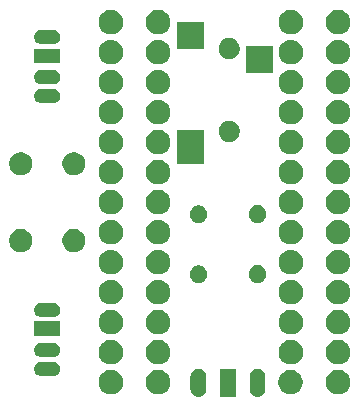
<source format=gbr>
G04 #@! TF.GenerationSoftware,KiCad,Pcbnew,(5.1.5-0-10_14)*
G04 #@! TF.CreationDate,2020-05-13T01:35:36-07:00*
G04 #@! TF.ProjectId,prost-pcb,70726f73-742d-4706-9362-2e6b69636164,0.1.0*
G04 #@! TF.SameCoordinates,Original*
G04 #@! TF.FileFunction,Soldermask,Top*
G04 #@! TF.FilePolarity,Negative*
%FSLAX46Y46*%
G04 Gerber Fmt 4.6, Leading zero omitted, Abs format (unit mm)*
G04 Created by KiCad (PCBNEW (5.1.5-0-10_14)) date 2020-05-13 01:35:36*
%MOMM*%
%LPD*%
G04 APERTURE LIST*
%ADD10C,0.100000*%
G04 APERTURE END LIST*
D10*
G36*
X149932479Y-116123979D02*
G01*
X150059867Y-116162622D01*
X150059870Y-116162623D01*
X150163345Y-116217932D01*
X150177270Y-116225375D01*
X150193409Y-116238620D01*
X150280175Y-116309826D01*
X150344119Y-116387743D01*
X150364625Y-116412729D01*
X150364626Y-116412731D01*
X150427377Y-116530129D01*
X150427377Y-116530130D01*
X150427378Y-116530132D01*
X150466021Y-116657520D01*
X150475800Y-116756809D01*
X150475800Y-117823191D01*
X150466021Y-117922480D01*
X150427669Y-118048908D01*
X150427377Y-118049871D01*
X150371066Y-118155221D01*
X150364625Y-118167271D01*
X150342626Y-118194076D01*
X150280175Y-118270175D01*
X150204076Y-118332626D01*
X150177271Y-118354625D01*
X150177269Y-118354626D01*
X150059871Y-118417377D01*
X150059868Y-118417378D01*
X149932480Y-118456021D01*
X149800000Y-118469069D01*
X149667521Y-118456021D01*
X149540133Y-118417378D01*
X149540130Y-118417377D01*
X149422732Y-118354626D01*
X149422730Y-118354625D01*
X149395925Y-118332626D01*
X149319826Y-118270175D01*
X149257375Y-118194076D01*
X149235376Y-118167271D01*
X149228935Y-118155221D01*
X149172624Y-118049871D01*
X149172332Y-118048908D01*
X149133980Y-117922480D01*
X149124201Y-117823191D01*
X149124200Y-116756810D01*
X149125195Y-116746712D01*
X149133979Y-116657523D01*
X149133979Y-116657521D01*
X149172622Y-116530133D01*
X149172623Y-116530130D01*
X149235374Y-116412732D01*
X149235375Y-116412730D01*
X149259102Y-116383819D01*
X149319826Y-116309825D01*
X149397743Y-116245881D01*
X149422729Y-116225375D01*
X149436654Y-116217932D01*
X149540129Y-116162623D01*
X149540132Y-116162622D01*
X149667520Y-116123979D01*
X149800000Y-116110931D01*
X149932479Y-116123979D01*
G37*
G36*
X154932479Y-116123979D02*
G01*
X155059867Y-116162622D01*
X155059870Y-116162623D01*
X155163345Y-116217932D01*
X155177270Y-116225375D01*
X155193409Y-116238620D01*
X155280175Y-116309826D01*
X155344119Y-116387743D01*
X155364625Y-116412729D01*
X155364626Y-116412731D01*
X155427377Y-116530129D01*
X155427377Y-116530130D01*
X155427378Y-116530132D01*
X155466021Y-116657520D01*
X155475800Y-116756809D01*
X155475800Y-117823191D01*
X155466021Y-117922480D01*
X155427669Y-118048908D01*
X155427377Y-118049871D01*
X155371066Y-118155221D01*
X155364625Y-118167271D01*
X155342626Y-118194076D01*
X155280175Y-118270175D01*
X155204076Y-118332626D01*
X155177271Y-118354625D01*
X155177269Y-118354626D01*
X155059871Y-118417377D01*
X155059868Y-118417378D01*
X154932480Y-118456021D01*
X154800000Y-118469069D01*
X154667521Y-118456021D01*
X154540133Y-118417378D01*
X154540130Y-118417377D01*
X154422732Y-118354626D01*
X154422730Y-118354625D01*
X154395925Y-118332626D01*
X154319826Y-118270175D01*
X154257375Y-118194076D01*
X154235376Y-118167271D01*
X154228935Y-118155221D01*
X154172624Y-118049871D01*
X154172332Y-118048908D01*
X154133980Y-117922480D01*
X154124201Y-117823191D01*
X154124200Y-116756810D01*
X154125195Y-116746712D01*
X154133979Y-116657523D01*
X154133979Y-116657521D01*
X154172622Y-116530133D01*
X154172623Y-116530130D01*
X154235374Y-116412732D01*
X154235375Y-116412730D01*
X154259102Y-116383819D01*
X154319826Y-116309825D01*
X154397743Y-116245881D01*
X154422729Y-116225375D01*
X154436654Y-116217932D01*
X154540129Y-116162623D01*
X154540132Y-116162622D01*
X154667520Y-116123979D01*
X154800000Y-116110931D01*
X154932479Y-116123979D01*
G37*
G36*
X152975800Y-118465800D02*
G01*
X151624200Y-118465800D01*
X151624200Y-116114200D01*
X152975800Y-116114200D01*
X152975800Y-118465800D01*
G37*
G36*
X142683765Y-116238620D02*
G01*
X142855672Y-116309826D01*
X142873288Y-116317123D01*
X143043854Y-116431092D01*
X143188908Y-116576146D01*
X143302877Y-116746712D01*
X143381380Y-116936235D01*
X143421400Y-117137431D01*
X143421400Y-117342569D01*
X143381380Y-117543765D01*
X143302877Y-117733288D01*
X143188908Y-117903854D01*
X143043854Y-118048908D01*
X142873288Y-118162877D01*
X142873287Y-118162878D01*
X142873286Y-118162878D01*
X142683765Y-118241380D01*
X142482570Y-118281400D01*
X142277430Y-118281400D01*
X142076235Y-118241380D01*
X141886714Y-118162878D01*
X141886713Y-118162878D01*
X141886712Y-118162877D01*
X141716146Y-118048908D01*
X141571092Y-117903854D01*
X141457123Y-117733288D01*
X141378620Y-117543765D01*
X141338600Y-117342569D01*
X141338600Y-117137431D01*
X141378620Y-116936235D01*
X141457123Y-116746712D01*
X141571092Y-116576146D01*
X141716146Y-116431092D01*
X141886712Y-116317123D01*
X141904329Y-116309826D01*
X142076235Y-116238620D01*
X142277430Y-116198600D01*
X142482570Y-116198600D01*
X142683765Y-116238620D01*
G37*
G36*
X157903765Y-116238620D02*
G01*
X158075672Y-116309826D01*
X158093288Y-116317123D01*
X158263854Y-116431092D01*
X158408908Y-116576146D01*
X158522877Y-116746712D01*
X158601380Y-116936235D01*
X158641400Y-117137431D01*
X158641400Y-117342569D01*
X158601380Y-117543765D01*
X158522877Y-117733288D01*
X158408908Y-117903854D01*
X158263854Y-118048908D01*
X158093288Y-118162877D01*
X158093287Y-118162878D01*
X158093286Y-118162878D01*
X157903765Y-118241380D01*
X157702570Y-118281400D01*
X157497430Y-118281400D01*
X157296235Y-118241380D01*
X157106714Y-118162878D01*
X157106713Y-118162878D01*
X157106712Y-118162877D01*
X156936146Y-118048908D01*
X156791092Y-117903854D01*
X156677123Y-117733288D01*
X156598620Y-117543765D01*
X156558600Y-117342569D01*
X156558600Y-117137431D01*
X156598620Y-116936235D01*
X156677123Y-116746712D01*
X156791092Y-116576146D01*
X156936146Y-116431092D01*
X157106712Y-116317123D01*
X157124329Y-116309826D01*
X157296235Y-116238620D01*
X157497430Y-116198600D01*
X157702570Y-116198600D01*
X157903765Y-116238620D01*
G37*
G36*
X146683765Y-116238620D02*
G01*
X146855672Y-116309826D01*
X146873288Y-116317123D01*
X147043854Y-116431092D01*
X147188908Y-116576146D01*
X147302877Y-116746712D01*
X147381380Y-116936235D01*
X147421400Y-117137431D01*
X147421400Y-117342569D01*
X147381380Y-117543765D01*
X147302877Y-117733288D01*
X147188908Y-117903854D01*
X147043854Y-118048908D01*
X146873288Y-118162877D01*
X146873287Y-118162878D01*
X146873286Y-118162878D01*
X146683765Y-118241380D01*
X146482570Y-118281400D01*
X146277430Y-118281400D01*
X146076235Y-118241380D01*
X145886714Y-118162878D01*
X145886713Y-118162878D01*
X145886712Y-118162877D01*
X145716146Y-118048908D01*
X145571092Y-117903854D01*
X145457123Y-117733288D01*
X145378620Y-117543765D01*
X145338600Y-117342569D01*
X145338600Y-117137431D01*
X145378620Y-116936235D01*
X145457123Y-116746712D01*
X145571092Y-116576146D01*
X145716146Y-116431092D01*
X145886712Y-116317123D01*
X145904329Y-116309826D01*
X146076235Y-116238620D01*
X146277430Y-116198600D01*
X146482570Y-116198600D01*
X146683765Y-116238620D01*
G37*
G36*
X161923765Y-116238620D02*
G01*
X162095672Y-116309826D01*
X162113288Y-116317123D01*
X162283854Y-116431092D01*
X162428908Y-116576146D01*
X162542877Y-116746712D01*
X162621380Y-116936235D01*
X162661400Y-117137431D01*
X162661400Y-117342569D01*
X162621380Y-117543765D01*
X162542877Y-117733288D01*
X162428908Y-117903854D01*
X162283854Y-118048908D01*
X162113288Y-118162877D01*
X162113287Y-118162878D01*
X162113286Y-118162878D01*
X161923765Y-118241380D01*
X161722570Y-118281400D01*
X161517430Y-118281400D01*
X161316235Y-118241380D01*
X161126714Y-118162878D01*
X161126713Y-118162878D01*
X161126712Y-118162877D01*
X160956146Y-118048908D01*
X160811092Y-117903854D01*
X160697123Y-117733288D01*
X160618620Y-117543765D01*
X160578600Y-117342569D01*
X160578600Y-117137431D01*
X160618620Y-116936235D01*
X160697123Y-116746712D01*
X160811092Y-116576146D01*
X160956146Y-116431092D01*
X161126712Y-116317123D01*
X161144329Y-116309826D01*
X161316235Y-116238620D01*
X161517430Y-116198600D01*
X161722570Y-116198600D01*
X161923765Y-116238620D01*
G37*
G36*
X137559009Y-115501302D02*
G01*
X137617934Y-115507105D01*
X137731336Y-115541506D01*
X137835848Y-115597368D01*
X137835849Y-115597369D01*
X137835851Y-115597370D01*
X137927454Y-115672546D01*
X138002630Y-115764149D01*
X138002632Y-115764152D01*
X138058494Y-115868664D01*
X138092895Y-115982066D01*
X138104510Y-116100000D01*
X138092895Y-116217934D01*
X138058494Y-116331336D01*
X138005174Y-116431092D01*
X138002630Y-116435851D01*
X137927454Y-116527454D01*
X137835851Y-116602630D01*
X137835849Y-116602631D01*
X137835848Y-116602632D01*
X137731336Y-116658494D01*
X137617934Y-116692895D01*
X137559009Y-116698698D01*
X137529548Y-116701600D01*
X136470452Y-116701600D01*
X136440991Y-116698698D01*
X136382066Y-116692895D01*
X136268664Y-116658494D01*
X136164152Y-116602632D01*
X136164151Y-116602631D01*
X136164149Y-116602630D01*
X136072546Y-116527454D01*
X135997370Y-116435851D01*
X135994826Y-116431092D01*
X135941506Y-116331336D01*
X135907105Y-116217934D01*
X135895490Y-116100000D01*
X135907105Y-115982066D01*
X135941506Y-115868664D01*
X135997368Y-115764152D01*
X135997370Y-115764149D01*
X136072546Y-115672546D01*
X136164149Y-115597370D01*
X136164151Y-115597369D01*
X136164152Y-115597368D01*
X136268664Y-115541506D01*
X136382066Y-115507105D01*
X136440991Y-115501302D01*
X136470452Y-115498400D01*
X137529548Y-115498400D01*
X137559009Y-115501302D01*
G37*
G36*
X146683765Y-113698620D02*
G01*
X146873288Y-113777123D01*
X147043854Y-113891092D01*
X147188908Y-114036146D01*
X147213230Y-114072547D01*
X147302878Y-114206714D01*
X147381380Y-114396235D01*
X147421400Y-114597430D01*
X147421400Y-114802570D01*
X147381380Y-115003765D01*
X147340856Y-115101600D01*
X147302877Y-115193288D01*
X147188908Y-115363854D01*
X147043854Y-115508908D01*
X146873288Y-115622877D01*
X146873287Y-115622878D01*
X146873286Y-115622878D01*
X146683765Y-115701380D01*
X146482570Y-115741400D01*
X146277430Y-115741400D01*
X146076235Y-115701380D01*
X145886714Y-115622878D01*
X145886713Y-115622878D01*
X145886712Y-115622877D01*
X145716146Y-115508908D01*
X145571092Y-115363854D01*
X145457123Y-115193288D01*
X145419145Y-115101600D01*
X145378620Y-115003765D01*
X145338600Y-114802570D01*
X145338600Y-114597430D01*
X145378620Y-114396235D01*
X145457122Y-114206714D01*
X145546770Y-114072547D01*
X145571092Y-114036146D01*
X145716146Y-113891092D01*
X145886712Y-113777123D01*
X146076235Y-113698620D01*
X146277430Y-113658600D01*
X146482570Y-113658600D01*
X146683765Y-113698620D01*
G37*
G36*
X161923765Y-113698620D02*
G01*
X162113288Y-113777123D01*
X162283854Y-113891092D01*
X162428908Y-114036146D01*
X162453230Y-114072547D01*
X162542878Y-114206714D01*
X162621380Y-114396235D01*
X162661400Y-114597430D01*
X162661400Y-114802570D01*
X162621380Y-115003765D01*
X162580856Y-115101600D01*
X162542877Y-115193288D01*
X162428908Y-115363854D01*
X162283854Y-115508908D01*
X162113288Y-115622877D01*
X162113287Y-115622878D01*
X162113286Y-115622878D01*
X161923765Y-115701380D01*
X161722570Y-115741400D01*
X161517430Y-115741400D01*
X161316235Y-115701380D01*
X161126714Y-115622878D01*
X161126713Y-115622878D01*
X161126712Y-115622877D01*
X160956146Y-115508908D01*
X160811092Y-115363854D01*
X160697123Y-115193288D01*
X160659145Y-115101600D01*
X160618620Y-115003765D01*
X160578600Y-114802570D01*
X160578600Y-114597430D01*
X160618620Y-114396235D01*
X160697122Y-114206714D01*
X160786770Y-114072547D01*
X160811092Y-114036146D01*
X160956146Y-113891092D01*
X161126712Y-113777123D01*
X161316235Y-113698620D01*
X161517430Y-113658600D01*
X161722570Y-113658600D01*
X161923765Y-113698620D01*
G37*
G36*
X157923765Y-113698620D02*
G01*
X158113288Y-113777123D01*
X158283854Y-113891092D01*
X158428908Y-114036146D01*
X158453230Y-114072547D01*
X158542878Y-114206714D01*
X158621380Y-114396235D01*
X158661400Y-114597430D01*
X158661400Y-114802570D01*
X158621380Y-115003765D01*
X158580856Y-115101600D01*
X158542877Y-115193288D01*
X158428908Y-115363854D01*
X158283854Y-115508908D01*
X158113288Y-115622877D01*
X158113287Y-115622878D01*
X158113286Y-115622878D01*
X157923765Y-115701380D01*
X157722570Y-115741400D01*
X157517430Y-115741400D01*
X157316235Y-115701380D01*
X157126714Y-115622878D01*
X157126713Y-115622878D01*
X157126712Y-115622877D01*
X156956146Y-115508908D01*
X156811092Y-115363854D01*
X156697123Y-115193288D01*
X156659145Y-115101600D01*
X156618620Y-115003765D01*
X156578600Y-114802570D01*
X156578600Y-114597430D01*
X156618620Y-114396235D01*
X156697122Y-114206714D01*
X156786770Y-114072547D01*
X156811092Y-114036146D01*
X156956146Y-113891092D01*
X157126712Y-113777123D01*
X157316235Y-113698620D01*
X157517430Y-113658600D01*
X157722570Y-113658600D01*
X157923765Y-113698620D01*
G37*
G36*
X142683765Y-113698620D02*
G01*
X142873288Y-113777123D01*
X143043854Y-113891092D01*
X143188908Y-114036146D01*
X143213230Y-114072547D01*
X143302878Y-114206714D01*
X143381380Y-114396235D01*
X143421400Y-114597430D01*
X143421400Y-114802570D01*
X143381380Y-115003765D01*
X143340856Y-115101600D01*
X143302877Y-115193288D01*
X143188908Y-115363854D01*
X143043854Y-115508908D01*
X142873288Y-115622877D01*
X142873287Y-115622878D01*
X142873286Y-115622878D01*
X142683765Y-115701380D01*
X142482570Y-115741400D01*
X142277430Y-115741400D01*
X142076235Y-115701380D01*
X141886714Y-115622878D01*
X141886713Y-115622878D01*
X141886712Y-115622877D01*
X141716146Y-115508908D01*
X141571092Y-115363854D01*
X141457123Y-115193288D01*
X141419145Y-115101600D01*
X141378620Y-115003765D01*
X141338600Y-114802570D01*
X141338600Y-114597430D01*
X141378620Y-114396235D01*
X141457122Y-114206714D01*
X141546770Y-114072547D01*
X141571092Y-114036146D01*
X141716146Y-113891092D01*
X141886712Y-113777123D01*
X142076235Y-113698620D01*
X142277430Y-113658600D01*
X142482570Y-113658600D01*
X142683765Y-113698620D01*
G37*
G36*
X137559009Y-113901302D02*
G01*
X137617934Y-113907105D01*
X137731336Y-113941506D01*
X137835848Y-113997368D01*
X137835849Y-113997369D01*
X137835851Y-113997370D01*
X137927454Y-114072546D01*
X138002630Y-114164149D01*
X138002632Y-114164152D01*
X138058494Y-114268664D01*
X138092895Y-114382066D01*
X138104510Y-114500000D01*
X138092895Y-114617934D01*
X138058494Y-114731336D01*
X138020419Y-114802570D01*
X138002630Y-114835851D01*
X137927454Y-114927454D01*
X137835851Y-115002630D01*
X137835849Y-115002631D01*
X137835848Y-115002632D01*
X137731336Y-115058494D01*
X137617934Y-115092895D01*
X137559009Y-115098698D01*
X137529548Y-115101600D01*
X136470452Y-115101600D01*
X136440991Y-115098698D01*
X136382066Y-115092895D01*
X136268664Y-115058494D01*
X136164152Y-115002632D01*
X136164151Y-115002631D01*
X136164149Y-115002630D01*
X136072546Y-114927454D01*
X135997370Y-114835851D01*
X135979581Y-114802570D01*
X135941506Y-114731336D01*
X135907105Y-114617934D01*
X135895490Y-114500000D01*
X135907105Y-114382066D01*
X135941506Y-114268664D01*
X135997368Y-114164152D01*
X135997370Y-114164149D01*
X136072546Y-114072546D01*
X136164149Y-113997370D01*
X136164151Y-113997369D01*
X136164152Y-113997368D01*
X136268664Y-113941506D01*
X136382066Y-113907105D01*
X136440991Y-113901302D01*
X136470452Y-113898400D01*
X137529548Y-113898400D01*
X137559009Y-113901302D01*
G37*
G36*
X138101600Y-113301600D02*
G01*
X135898400Y-113301600D01*
X135898400Y-112098400D01*
X138101600Y-112098400D01*
X138101600Y-113301600D01*
G37*
G36*
X157923765Y-111158620D02*
G01*
X158113288Y-111237123D01*
X158283854Y-111351092D01*
X158428908Y-111496146D01*
X158500060Y-111602632D01*
X158542878Y-111666714D01*
X158557328Y-111701600D01*
X158621380Y-111856235D01*
X158661400Y-112057431D01*
X158661400Y-112262569D01*
X158621380Y-112463765D01*
X158542877Y-112653288D01*
X158428908Y-112823854D01*
X158283854Y-112968908D01*
X158113288Y-113082877D01*
X158113287Y-113082878D01*
X158113286Y-113082878D01*
X157923765Y-113161380D01*
X157722570Y-113201400D01*
X157517430Y-113201400D01*
X157316235Y-113161380D01*
X157126714Y-113082878D01*
X157126713Y-113082878D01*
X157126712Y-113082877D01*
X156956146Y-112968908D01*
X156811092Y-112823854D01*
X156697123Y-112653288D01*
X156618620Y-112463765D01*
X156578600Y-112262569D01*
X156578600Y-112057431D01*
X156618620Y-111856235D01*
X156682672Y-111701600D01*
X156697122Y-111666714D01*
X156739940Y-111602632D01*
X156811092Y-111496146D01*
X156956146Y-111351092D01*
X157126712Y-111237123D01*
X157316235Y-111158620D01*
X157517430Y-111118600D01*
X157722570Y-111118600D01*
X157923765Y-111158620D01*
G37*
G36*
X161923765Y-111158620D02*
G01*
X162113288Y-111237123D01*
X162283854Y-111351092D01*
X162428908Y-111496146D01*
X162500060Y-111602632D01*
X162542878Y-111666714D01*
X162557328Y-111701600D01*
X162621380Y-111856235D01*
X162661400Y-112057431D01*
X162661400Y-112262569D01*
X162621380Y-112463765D01*
X162542877Y-112653288D01*
X162428908Y-112823854D01*
X162283854Y-112968908D01*
X162113288Y-113082877D01*
X162113287Y-113082878D01*
X162113286Y-113082878D01*
X161923765Y-113161380D01*
X161722570Y-113201400D01*
X161517430Y-113201400D01*
X161316235Y-113161380D01*
X161126714Y-113082878D01*
X161126713Y-113082878D01*
X161126712Y-113082877D01*
X160956146Y-112968908D01*
X160811092Y-112823854D01*
X160697123Y-112653288D01*
X160618620Y-112463765D01*
X160578600Y-112262569D01*
X160578600Y-112057431D01*
X160618620Y-111856235D01*
X160682672Y-111701600D01*
X160697122Y-111666714D01*
X160739940Y-111602632D01*
X160811092Y-111496146D01*
X160956146Y-111351092D01*
X161126712Y-111237123D01*
X161316235Y-111158620D01*
X161517430Y-111118600D01*
X161722570Y-111118600D01*
X161923765Y-111158620D01*
G37*
G36*
X146683765Y-111158620D02*
G01*
X146873288Y-111237123D01*
X147043854Y-111351092D01*
X147188908Y-111496146D01*
X147260060Y-111602632D01*
X147302878Y-111666714D01*
X147317328Y-111701600D01*
X147381380Y-111856235D01*
X147421400Y-112057431D01*
X147421400Y-112262569D01*
X147381380Y-112463765D01*
X147302877Y-112653288D01*
X147188908Y-112823854D01*
X147043854Y-112968908D01*
X146873288Y-113082877D01*
X146873287Y-113082878D01*
X146873286Y-113082878D01*
X146683765Y-113161380D01*
X146482570Y-113201400D01*
X146277430Y-113201400D01*
X146076235Y-113161380D01*
X145886714Y-113082878D01*
X145886713Y-113082878D01*
X145886712Y-113082877D01*
X145716146Y-112968908D01*
X145571092Y-112823854D01*
X145457123Y-112653288D01*
X145378620Y-112463765D01*
X145338600Y-112262569D01*
X145338600Y-112057431D01*
X145378620Y-111856235D01*
X145442672Y-111701600D01*
X145457122Y-111666714D01*
X145499940Y-111602632D01*
X145571092Y-111496146D01*
X145716146Y-111351092D01*
X145886712Y-111237123D01*
X146076235Y-111158620D01*
X146277430Y-111118600D01*
X146482570Y-111118600D01*
X146683765Y-111158620D01*
G37*
G36*
X142683765Y-111158620D02*
G01*
X142873288Y-111237123D01*
X143043854Y-111351092D01*
X143188908Y-111496146D01*
X143260060Y-111602632D01*
X143302878Y-111666714D01*
X143317328Y-111701600D01*
X143381380Y-111856235D01*
X143421400Y-112057431D01*
X143421400Y-112262569D01*
X143381380Y-112463765D01*
X143302877Y-112653288D01*
X143188908Y-112823854D01*
X143043854Y-112968908D01*
X142873288Y-113082877D01*
X142873287Y-113082878D01*
X142873286Y-113082878D01*
X142683765Y-113161380D01*
X142482570Y-113201400D01*
X142277430Y-113201400D01*
X142076235Y-113161380D01*
X141886714Y-113082878D01*
X141886713Y-113082878D01*
X141886712Y-113082877D01*
X141716146Y-112968908D01*
X141571092Y-112823854D01*
X141457123Y-112653288D01*
X141378620Y-112463765D01*
X141338600Y-112262569D01*
X141338600Y-112057431D01*
X141378620Y-111856235D01*
X141442672Y-111701600D01*
X141457122Y-111666714D01*
X141499940Y-111602632D01*
X141571092Y-111496146D01*
X141716146Y-111351092D01*
X141886712Y-111237123D01*
X142076235Y-111158620D01*
X142277430Y-111118600D01*
X142482570Y-111118600D01*
X142683765Y-111158620D01*
G37*
G36*
X137559009Y-110501302D02*
G01*
X137617934Y-110507105D01*
X137731336Y-110541506D01*
X137835848Y-110597368D01*
X137835849Y-110597369D01*
X137835851Y-110597370D01*
X137927454Y-110672546D01*
X138002630Y-110764149D01*
X138002632Y-110764152D01*
X138058494Y-110868664D01*
X138092895Y-110982066D01*
X138104510Y-111100000D01*
X138092895Y-111217934D01*
X138058494Y-111331336D01*
X138047934Y-111351092D01*
X138002630Y-111435851D01*
X137927454Y-111527454D01*
X137835851Y-111602630D01*
X137835849Y-111602631D01*
X137835848Y-111602632D01*
X137731336Y-111658494D01*
X137617934Y-111692895D01*
X137559009Y-111698698D01*
X137529548Y-111701600D01*
X136470452Y-111701600D01*
X136440991Y-111698698D01*
X136382066Y-111692895D01*
X136268664Y-111658494D01*
X136164152Y-111602632D01*
X136164151Y-111602631D01*
X136164149Y-111602630D01*
X136072546Y-111527454D01*
X135997370Y-111435851D01*
X135952066Y-111351092D01*
X135941506Y-111331336D01*
X135907105Y-111217934D01*
X135895490Y-111100000D01*
X135907105Y-110982066D01*
X135941506Y-110868664D01*
X135997368Y-110764152D01*
X135997370Y-110764149D01*
X136072546Y-110672546D01*
X136164149Y-110597370D01*
X136164151Y-110597369D01*
X136164152Y-110597368D01*
X136268664Y-110541506D01*
X136382066Y-110507105D01*
X136440991Y-110501302D01*
X136470452Y-110498400D01*
X137529548Y-110498400D01*
X137559009Y-110501302D01*
G37*
G36*
X146683765Y-108618620D02*
G01*
X146791355Y-108663185D01*
X146873288Y-108697123D01*
X147043854Y-108811092D01*
X147188908Y-108956146D01*
X147302877Y-109126712D01*
X147381380Y-109316235D01*
X147421400Y-109517431D01*
X147421400Y-109722569D01*
X147381380Y-109923765D01*
X147302877Y-110113288D01*
X147188908Y-110283854D01*
X147043854Y-110428908D01*
X146873288Y-110542877D01*
X146873287Y-110542878D01*
X146873286Y-110542878D01*
X146683765Y-110621380D01*
X146482570Y-110661400D01*
X146277430Y-110661400D01*
X146076235Y-110621380D01*
X145886714Y-110542878D01*
X145886713Y-110542878D01*
X145886712Y-110542877D01*
X145716146Y-110428908D01*
X145571092Y-110283854D01*
X145457123Y-110113288D01*
X145378620Y-109923765D01*
X145338600Y-109722569D01*
X145338600Y-109517431D01*
X145378620Y-109316235D01*
X145457123Y-109126712D01*
X145571092Y-108956146D01*
X145716146Y-108811092D01*
X145886712Y-108697123D01*
X145968646Y-108663185D01*
X146076235Y-108618620D01*
X146277430Y-108578600D01*
X146482570Y-108578600D01*
X146683765Y-108618620D01*
G37*
G36*
X142683765Y-108618620D02*
G01*
X142791355Y-108663185D01*
X142873288Y-108697123D01*
X143043854Y-108811092D01*
X143188908Y-108956146D01*
X143302877Y-109126712D01*
X143381380Y-109316235D01*
X143421400Y-109517431D01*
X143421400Y-109722569D01*
X143381380Y-109923765D01*
X143302877Y-110113288D01*
X143188908Y-110283854D01*
X143043854Y-110428908D01*
X142873288Y-110542877D01*
X142873287Y-110542878D01*
X142873286Y-110542878D01*
X142683765Y-110621380D01*
X142482570Y-110661400D01*
X142277430Y-110661400D01*
X142076235Y-110621380D01*
X141886714Y-110542878D01*
X141886713Y-110542878D01*
X141886712Y-110542877D01*
X141716146Y-110428908D01*
X141571092Y-110283854D01*
X141457123Y-110113288D01*
X141378620Y-109923765D01*
X141338600Y-109722569D01*
X141338600Y-109517431D01*
X141378620Y-109316235D01*
X141457123Y-109126712D01*
X141571092Y-108956146D01*
X141716146Y-108811092D01*
X141886712Y-108697123D01*
X141968646Y-108663185D01*
X142076235Y-108618620D01*
X142277430Y-108578600D01*
X142482570Y-108578600D01*
X142683765Y-108618620D01*
G37*
G36*
X161923765Y-108618620D02*
G01*
X162031355Y-108663185D01*
X162113288Y-108697123D01*
X162283854Y-108811092D01*
X162428908Y-108956146D01*
X162542877Y-109126712D01*
X162621380Y-109316235D01*
X162661400Y-109517431D01*
X162661400Y-109722569D01*
X162621380Y-109923765D01*
X162542877Y-110113288D01*
X162428908Y-110283854D01*
X162283854Y-110428908D01*
X162113288Y-110542877D01*
X162113287Y-110542878D01*
X162113286Y-110542878D01*
X161923765Y-110621380D01*
X161722570Y-110661400D01*
X161517430Y-110661400D01*
X161316235Y-110621380D01*
X161126714Y-110542878D01*
X161126713Y-110542878D01*
X161126712Y-110542877D01*
X160956146Y-110428908D01*
X160811092Y-110283854D01*
X160697123Y-110113288D01*
X160618620Y-109923765D01*
X160578600Y-109722569D01*
X160578600Y-109517431D01*
X160618620Y-109316235D01*
X160697123Y-109126712D01*
X160811092Y-108956146D01*
X160956146Y-108811092D01*
X161126712Y-108697123D01*
X161208646Y-108663185D01*
X161316235Y-108618620D01*
X161517430Y-108578600D01*
X161722570Y-108578600D01*
X161923765Y-108618620D01*
G37*
G36*
X157923765Y-108618620D02*
G01*
X158031355Y-108663185D01*
X158113288Y-108697123D01*
X158283854Y-108811092D01*
X158428908Y-108956146D01*
X158542877Y-109126712D01*
X158621380Y-109316235D01*
X158661400Y-109517431D01*
X158661400Y-109722569D01*
X158621380Y-109923765D01*
X158542877Y-110113288D01*
X158428908Y-110283854D01*
X158283854Y-110428908D01*
X158113288Y-110542877D01*
X158113287Y-110542878D01*
X158113286Y-110542878D01*
X157923765Y-110621380D01*
X157722570Y-110661400D01*
X157517430Y-110661400D01*
X157316235Y-110621380D01*
X157126714Y-110542878D01*
X157126713Y-110542878D01*
X157126712Y-110542877D01*
X156956146Y-110428908D01*
X156811092Y-110283854D01*
X156697123Y-110113288D01*
X156618620Y-109923765D01*
X156578600Y-109722569D01*
X156578600Y-109517431D01*
X156618620Y-109316235D01*
X156697123Y-109126712D01*
X156811092Y-108956146D01*
X156956146Y-108811092D01*
X157126712Y-108697123D01*
X157208646Y-108663185D01*
X157316235Y-108618620D01*
X157517430Y-108578600D01*
X157722570Y-108578600D01*
X157923765Y-108618620D01*
G37*
G36*
X150018999Y-107378052D02*
G01*
X150155639Y-107434650D01*
X150278605Y-107516813D01*
X150383187Y-107621395D01*
X150465350Y-107744361D01*
X150521948Y-107881001D01*
X150550800Y-108026051D01*
X150550800Y-108173949D01*
X150521948Y-108318999D01*
X150465350Y-108455639D01*
X150383187Y-108578605D01*
X150278605Y-108683187D01*
X150155639Y-108765350D01*
X150018999Y-108821948D01*
X149873949Y-108850800D01*
X149726051Y-108850800D01*
X149581001Y-108821948D01*
X149444361Y-108765350D01*
X149321395Y-108683187D01*
X149216813Y-108578605D01*
X149134650Y-108455639D01*
X149078052Y-108318999D01*
X149049200Y-108173949D01*
X149049200Y-108026051D01*
X149078052Y-107881001D01*
X149134650Y-107744361D01*
X149216813Y-107621395D01*
X149321395Y-107516813D01*
X149444361Y-107434650D01*
X149581001Y-107378052D01*
X149726051Y-107349200D01*
X149873949Y-107349200D01*
X150018999Y-107378052D01*
G37*
G36*
X155018999Y-107358052D02*
G01*
X155155639Y-107414650D01*
X155278605Y-107496813D01*
X155383187Y-107601395D01*
X155465350Y-107724361D01*
X155521948Y-107861001D01*
X155550800Y-108006051D01*
X155550800Y-108153949D01*
X155521948Y-108298999D01*
X155465350Y-108435639D01*
X155383187Y-108558605D01*
X155278605Y-108663187D01*
X155155639Y-108745350D01*
X155018999Y-108801948D01*
X154873949Y-108830800D01*
X154726051Y-108830800D01*
X154581001Y-108801948D01*
X154444361Y-108745350D01*
X154321395Y-108663187D01*
X154216813Y-108558605D01*
X154134650Y-108435639D01*
X154078052Y-108298999D01*
X154049200Y-108153949D01*
X154049200Y-108006051D01*
X154078052Y-107861001D01*
X154134650Y-107724361D01*
X154216813Y-107601395D01*
X154321395Y-107496813D01*
X154444361Y-107414650D01*
X154581001Y-107358052D01*
X154726051Y-107329200D01*
X154873949Y-107329200D01*
X155018999Y-107358052D01*
G37*
G36*
X146683765Y-106078620D02*
G01*
X146772686Y-106115452D01*
X146873288Y-106157123D01*
X147043854Y-106271092D01*
X147188908Y-106416146D01*
X147302877Y-106586712D01*
X147381380Y-106776235D01*
X147421400Y-106977431D01*
X147421400Y-107182569D01*
X147381380Y-107383765D01*
X147302877Y-107573288D01*
X147188908Y-107743854D01*
X147043854Y-107888908D01*
X146873288Y-108002877D01*
X146873287Y-108002878D01*
X146873286Y-108002878D01*
X146683765Y-108081380D01*
X146482570Y-108121400D01*
X146277430Y-108121400D01*
X146076235Y-108081380D01*
X145886714Y-108002878D01*
X145886713Y-108002878D01*
X145886712Y-108002877D01*
X145716146Y-107888908D01*
X145571092Y-107743854D01*
X145457123Y-107573288D01*
X145378620Y-107383765D01*
X145338600Y-107182569D01*
X145338600Y-106977431D01*
X145378620Y-106776235D01*
X145457123Y-106586712D01*
X145571092Y-106416146D01*
X145716146Y-106271092D01*
X145886712Y-106157123D01*
X145987315Y-106115452D01*
X146076235Y-106078620D01*
X146277430Y-106038600D01*
X146482570Y-106038600D01*
X146683765Y-106078620D01*
G37*
G36*
X157923765Y-106078620D02*
G01*
X158012686Y-106115452D01*
X158113288Y-106157123D01*
X158283854Y-106271092D01*
X158428908Y-106416146D01*
X158542877Y-106586712D01*
X158621380Y-106776235D01*
X158661400Y-106977431D01*
X158661400Y-107182569D01*
X158621380Y-107383765D01*
X158542877Y-107573288D01*
X158428908Y-107743854D01*
X158283854Y-107888908D01*
X158113288Y-108002877D01*
X158113287Y-108002878D01*
X158113286Y-108002878D01*
X157923765Y-108081380D01*
X157722570Y-108121400D01*
X157517430Y-108121400D01*
X157316235Y-108081380D01*
X157126714Y-108002878D01*
X157126713Y-108002878D01*
X157126712Y-108002877D01*
X156956146Y-107888908D01*
X156811092Y-107743854D01*
X156697123Y-107573288D01*
X156618620Y-107383765D01*
X156578600Y-107182569D01*
X156578600Y-106977431D01*
X156618620Y-106776235D01*
X156697123Y-106586712D01*
X156811092Y-106416146D01*
X156956146Y-106271092D01*
X157126712Y-106157123D01*
X157227315Y-106115452D01*
X157316235Y-106078620D01*
X157517430Y-106038600D01*
X157722570Y-106038600D01*
X157923765Y-106078620D01*
G37*
G36*
X161923765Y-106078620D02*
G01*
X162012686Y-106115452D01*
X162113288Y-106157123D01*
X162283854Y-106271092D01*
X162428908Y-106416146D01*
X162542877Y-106586712D01*
X162621380Y-106776235D01*
X162661400Y-106977431D01*
X162661400Y-107182569D01*
X162621380Y-107383765D01*
X162542877Y-107573288D01*
X162428908Y-107743854D01*
X162283854Y-107888908D01*
X162113288Y-108002877D01*
X162113287Y-108002878D01*
X162113286Y-108002878D01*
X161923765Y-108081380D01*
X161722570Y-108121400D01*
X161517430Y-108121400D01*
X161316235Y-108081380D01*
X161126714Y-108002878D01*
X161126713Y-108002878D01*
X161126712Y-108002877D01*
X160956146Y-107888908D01*
X160811092Y-107743854D01*
X160697123Y-107573288D01*
X160618620Y-107383765D01*
X160578600Y-107182569D01*
X160578600Y-106977431D01*
X160618620Y-106776235D01*
X160697123Y-106586712D01*
X160811092Y-106416146D01*
X160956146Y-106271092D01*
X161126712Y-106157123D01*
X161227315Y-106115452D01*
X161316235Y-106078620D01*
X161517430Y-106038600D01*
X161722570Y-106038600D01*
X161923765Y-106078620D01*
G37*
G36*
X142683765Y-106078620D02*
G01*
X142772686Y-106115452D01*
X142873288Y-106157123D01*
X143043854Y-106271092D01*
X143188908Y-106416146D01*
X143302877Y-106586712D01*
X143381380Y-106776235D01*
X143421400Y-106977431D01*
X143421400Y-107182569D01*
X143381380Y-107383765D01*
X143302877Y-107573288D01*
X143188908Y-107743854D01*
X143043854Y-107888908D01*
X142873288Y-108002877D01*
X142873287Y-108002878D01*
X142873286Y-108002878D01*
X142683765Y-108081380D01*
X142482570Y-108121400D01*
X142277430Y-108121400D01*
X142076235Y-108081380D01*
X141886714Y-108002878D01*
X141886713Y-108002878D01*
X141886712Y-108002877D01*
X141716146Y-107888908D01*
X141571092Y-107743854D01*
X141457123Y-107573288D01*
X141378620Y-107383765D01*
X141338600Y-107182569D01*
X141338600Y-106977431D01*
X141378620Y-106776235D01*
X141457123Y-106586712D01*
X141571092Y-106416146D01*
X141716146Y-106271092D01*
X141886712Y-106157123D01*
X141987315Y-106115452D01*
X142076235Y-106078620D01*
X142277430Y-106038600D01*
X142482570Y-106038600D01*
X142683765Y-106078620D01*
G37*
G36*
X135034863Y-104310930D02*
G01*
X135212592Y-104384548D01*
X135372545Y-104491425D01*
X135508575Y-104627455D01*
X135615452Y-104787408D01*
X135689070Y-104965137D01*
X135726600Y-105153812D01*
X135726600Y-105346188D01*
X135689070Y-105534863D01*
X135615452Y-105712592D01*
X135508575Y-105872545D01*
X135372545Y-106008575D01*
X135212592Y-106115452D01*
X135034863Y-106189070D01*
X134846188Y-106226600D01*
X134653812Y-106226600D01*
X134465137Y-106189070D01*
X134287408Y-106115452D01*
X134127455Y-106008575D01*
X133991425Y-105872545D01*
X133884548Y-105712592D01*
X133810930Y-105534863D01*
X133773400Y-105346188D01*
X133773400Y-105153812D01*
X133810930Y-104965137D01*
X133884548Y-104787408D01*
X133991425Y-104627455D01*
X134127455Y-104491425D01*
X134287408Y-104384548D01*
X134465137Y-104310930D01*
X134653812Y-104273400D01*
X134846188Y-104273400D01*
X135034863Y-104310930D01*
G37*
G36*
X139534863Y-104310930D02*
G01*
X139712592Y-104384548D01*
X139872545Y-104491425D01*
X140008575Y-104627455D01*
X140115452Y-104787408D01*
X140189070Y-104965137D01*
X140226600Y-105153812D01*
X140226600Y-105346188D01*
X140189070Y-105534863D01*
X140115452Y-105712592D01*
X140008575Y-105872545D01*
X139872545Y-106008575D01*
X139712592Y-106115452D01*
X139534863Y-106189070D01*
X139346188Y-106226600D01*
X139153812Y-106226600D01*
X138965137Y-106189070D01*
X138787408Y-106115452D01*
X138627455Y-106008575D01*
X138491425Y-105872545D01*
X138384548Y-105712592D01*
X138310930Y-105534863D01*
X138273400Y-105346188D01*
X138273400Y-105153812D01*
X138310930Y-104965137D01*
X138384548Y-104787408D01*
X138491425Y-104627455D01*
X138627455Y-104491425D01*
X138787408Y-104384548D01*
X138965137Y-104310930D01*
X139153812Y-104273400D01*
X139346188Y-104273400D01*
X139534863Y-104310930D01*
G37*
G36*
X157923765Y-103538620D02*
G01*
X158031355Y-103583185D01*
X158113288Y-103617123D01*
X158283854Y-103731092D01*
X158428908Y-103876146D01*
X158428909Y-103876148D01*
X158542878Y-104046714D01*
X158621380Y-104236235D01*
X158661400Y-104437430D01*
X158661400Y-104642570D01*
X158621380Y-104843765D01*
X158571107Y-104965136D01*
X158542877Y-105033288D01*
X158428908Y-105203854D01*
X158283854Y-105348908D01*
X158113288Y-105462877D01*
X158113287Y-105462878D01*
X158113286Y-105462878D01*
X157923765Y-105541380D01*
X157722570Y-105581400D01*
X157517430Y-105581400D01*
X157316235Y-105541380D01*
X157126714Y-105462878D01*
X157126713Y-105462878D01*
X157126712Y-105462877D01*
X156956146Y-105348908D01*
X156811092Y-105203854D01*
X156697123Y-105033288D01*
X156668894Y-104965136D01*
X156618620Y-104843765D01*
X156578600Y-104642570D01*
X156578600Y-104437430D01*
X156618620Y-104236235D01*
X156697122Y-104046714D01*
X156811091Y-103876148D01*
X156811092Y-103876146D01*
X156956146Y-103731092D01*
X157126712Y-103617123D01*
X157208646Y-103583185D01*
X157316235Y-103538620D01*
X157517430Y-103498600D01*
X157722570Y-103498600D01*
X157923765Y-103538620D01*
G37*
G36*
X161923765Y-103538620D02*
G01*
X162031355Y-103583185D01*
X162113288Y-103617123D01*
X162283854Y-103731092D01*
X162428908Y-103876146D01*
X162428909Y-103876148D01*
X162542878Y-104046714D01*
X162621380Y-104236235D01*
X162661400Y-104437430D01*
X162661400Y-104642570D01*
X162621380Y-104843765D01*
X162571107Y-104965136D01*
X162542877Y-105033288D01*
X162428908Y-105203854D01*
X162283854Y-105348908D01*
X162113288Y-105462877D01*
X162113287Y-105462878D01*
X162113286Y-105462878D01*
X161923765Y-105541380D01*
X161722570Y-105581400D01*
X161517430Y-105581400D01*
X161316235Y-105541380D01*
X161126714Y-105462878D01*
X161126713Y-105462878D01*
X161126712Y-105462877D01*
X160956146Y-105348908D01*
X160811092Y-105203854D01*
X160697123Y-105033288D01*
X160668894Y-104965136D01*
X160618620Y-104843765D01*
X160578600Y-104642570D01*
X160578600Y-104437430D01*
X160618620Y-104236235D01*
X160697122Y-104046714D01*
X160811091Y-103876148D01*
X160811092Y-103876146D01*
X160956146Y-103731092D01*
X161126712Y-103617123D01*
X161208646Y-103583185D01*
X161316235Y-103538620D01*
X161517430Y-103498600D01*
X161722570Y-103498600D01*
X161923765Y-103538620D01*
G37*
G36*
X142683765Y-103538620D02*
G01*
X142791355Y-103583185D01*
X142873288Y-103617123D01*
X143043854Y-103731092D01*
X143188908Y-103876146D01*
X143188909Y-103876148D01*
X143302878Y-104046714D01*
X143381380Y-104236235D01*
X143421400Y-104437430D01*
X143421400Y-104642570D01*
X143381380Y-104843765D01*
X143331107Y-104965136D01*
X143302877Y-105033288D01*
X143188908Y-105203854D01*
X143043854Y-105348908D01*
X142873288Y-105462877D01*
X142873287Y-105462878D01*
X142873286Y-105462878D01*
X142683765Y-105541380D01*
X142482570Y-105581400D01*
X142277430Y-105581400D01*
X142076235Y-105541380D01*
X141886714Y-105462878D01*
X141886713Y-105462878D01*
X141886712Y-105462877D01*
X141716146Y-105348908D01*
X141571092Y-105203854D01*
X141457123Y-105033288D01*
X141428894Y-104965136D01*
X141378620Y-104843765D01*
X141338600Y-104642570D01*
X141338600Y-104437430D01*
X141378620Y-104236235D01*
X141457122Y-104046714D01*
X141571091Y-103876148D01*
X141571092Y-103876146D01*
X141716146Y-103731092D01*
X141886712Y-103617123D01*
X141968646Y-103583185D01*
X142076235Y-103538620D01*
X142277430Y-103498600D01*
X142482570Y-103498600D01*
X142683765Y-103538620D01*
G37*
G36*
X146683765Y-103538620D02*
G01*
X146791355Y-103583185D01*
X146873288Y-103617123D01*
X147043854Y-103731092D01*
X147188908Y-103876146D01*
X147188909Y-103876148D01*
X147302878Y-104046714D01*
X147381380Y-104236235D01*
X147421400Y-104437430D01*
X147421400Y-104642570D01*
X147381380Y-104843765D01*
X147331107Y-104965136D01*
X147302877Y-105033288D01*
X147188908Y-105203854D01*
X147043854Y-105348908D01*
X146873288Y-105462877D01*
X146873287Y-105462878D01*
X146873286Y-105462878D01*
X146683765Y-105541380D01*
X146482570Y-105581400D01*
X146277430Y-105581400D01*
X146076235Y-105541380D01*
X145886714Y-105462878D01*
X145886713Y-105462878D01*
X145886712Y-105462877D01*
X145716146Y-105348908D01*
X145571092Y-105203854D01*
X145457123Y-105033288D01*
X145428894Y-104965136D01*
X145378620Y-104843765D01*
X145338600Y-104642570D01*
X145338600Y-104437430D01*
X145378620Y-104236235D01*
X145457122Y-104046714D01*
X145571091Y-103876148D01*
X145571092Y-103876146D01*
X145716146Y-103731092D01*
X145886712Y-103617123D01*
X145968646Y-103583185D01*
X146076235Y-103538620D01*
X146277430Y-103498600D01*
X146482570Y-103498600D01*
X146683765Y-103538620D01*
G37*
G36*
X150018999Y-102298052D02*
G01*
X150155639Y-102354650D01*
X150278605Y-102436813D01*
X150383187Y-102541395D01*
X150465350Y-102664361D01*
X150521948Y-102801001D01*
X150550800Y-102946051D01*
X150550800Y-103093949D01*
X150521948Y-103238999D01*
X150465350Y-103375639D01*
X150383187Y-103498605D01*
X150278605Y-103603187D01*
X150155639Y-103685350D01*
X150018999Y-103741948D01*
X149873949Y-103770800D01*
X149726051Y-103770800D01*
X149581001Y-103741948D01*
X149444361Y-103685350D01*
X149321395Y-103603187D01*
X149216813Y-103498605D01*
X149134650Y-103375639D01*
X149078052Y-103238999D01*
X149049200Y-103093949D01*
X149049200Y-102946051D01*
X149078052Y-102801001D01*
X149134650Y-102664361D01*
X149216813Y-102541395D01*
X149321395Y-102436813D01*
X149444361Y-102354650D01*
X149581001Y-102298052D01*
X149726051Y-102269200D01*
X149873949Y-102269200D01*
X150018999Y-102298052D01*
G37*
G36*
X155018999Y-102278052D02*
G01*
X155155639Y-102334650D01*
X155278605Y-102416813D01*
X155383187Y-102521395D01*
X155465350Y-102644361D01*
X155521948Y-102781001D01*
X155550800Y-102926051D01*
X155550800Y-103073949D01*
X155521948Y-103218999D01*
X155465350Y-103355639D01*
X155383187Y-103478605D01*
X155278605Y-103583187D01*
X155155639Y-103665350D01*
X155018999Y-103721948D01*
X154873949Y-103750800D01*
X154726051Y-103750800D01*
X154581001Y-103721948D01*
X154444361Y-103665350D01*
X154321395Y-103583187D01*
X154216813Y-103478605D01*
X154134650Y-103355639D01*
X154078052Y-103218999D01*
X154049200Y-103073949D01*
X154049200Y-102926051D01*
X154078052Y-102781001D01*
X154134650Y-102644361D01*
X154216813Y-102521395D01*
X154321395Y-102416813D01*
X154444361Y-102334650D01*
X154581001Y-102278052D01*
X154726051Y-102249200D01*
X154873949Y-102249200D01*
X155018999Y-102278052D01*
G37*
G36*
X146683765Y-100998620D02*
G01*
X146873288Y-101077123D01*
X147043854Y-101191092D01*
X147188908Y-101336146D01*
X147302877Y-101506712D01*
X147381380Y-101696235D01*
X147421400Y-101897431D01*
X147421400Y-102102569D01*
X147381380Y-102303765D01*
X147302877Y-102493288D01*
X147188908Y-102663854D01*
X147043854Y-102808908D01*
X146873288Y-102922877D01*
X146873287Y-102922878D01*
X146873286Y-102922878D01*
X146683765Y-103001380D01*
X146482570Y-103041400D01*
X146277430Y-103041400D01*
X146076235Y-103001380D01*
X145886714Y-102922878D01*
X145886713Y-102922878D01*
X145886712Y-102922877D01*
X145716146Y-102808908D01*
X145571092Y-102663854D01*
X145457123Y-102493288D01*
X145378620Y-102303765D01*
X145338600Y-102102569D01*
X145338600Y-101897431D01*
X145378620Y-101696235D01*
X145457123Y-101506712D01*
X145571092Y-101336146D01*
X145716146Y-101191092D01*
X145886712Y-101077123D01*
X146076235Y-100998620D01*
X146277430Y-100958600D01*
X146482570Y-100958600D01*
X146683765Y-100998620D01*
G37*
G36*
X161923765Y-100998620D02*
G01*
X162113288Y-101077123D01*
X162283854Y-101191092D01*
X162428908Y-101336146D01*
X162542877Y-101506712D01*
X162621380Y-101696235D01*
X162661400Y-101897431D01*
X162661400Y-102102569D01*
X162621380Y-102303765D01*
X162542877Y-102493288D01*
X162428908Y-102663854D01*
X162283854Y-102808908D01*
X162113288Y-102922877D01*
X162113287Y-102922878D01*
X162113286Y-102922878D01*
X161923765Y-103001380D01*
X161722570Y-103041400D01*
X161517430Y-103041400D01*
X161316235Y-103001380D01*
X161126714Y-102922878D01*
X161126713Y-102922878D01*
X161126712Y-102922877D01*
X160956146Y-102808908D01*
X160811092Y-102663854D01*
X160697123Y-102493288D01*
X160618620Y-102303765D01*
X160578600Y-102102569D01*
X160578600Y-101897431D01*
X160618620Y-101696235D01*
X160697123Y-101506712D01*
X160811092Y-101336146D01*
X160956146Y-101191092D01*
X161126712Y-101077123D01*
X161316235Y-100998620D01*
X161517430Y-100958600D01*
X161722570Y-100958600D01*
X161923765Y-100998620D01*
G37*
G36*
X157923765Y-100998620D02*
G01*
X158113288Y-101077123D01*
X158283854Y-101191092D01*
X158428908Y-101336146D01*
X158542877Y-101506712D01*
X158621380Y-101696235D01*
X158661400Y-101897431D01*
X158661400Y-102102569D01*
X158621380Y-102303765D01*
X158542877Y-102493288D01*
X158428908Y-102663854D01*
X158283854Y-102808908D01*
X158113288Y-102922877D01*
X158113287Y-102922878D01*
X158113286Y-102922878D01*
X157923765Y-103001380D01*
X157722570Y-103041400D01*
X157517430Y-103041400D01*
X157316235Y-103001380D01*
X157126714Y-102922878D01*
X157126713Y-102922878D01*
X157126712Y-102922877D01*
X156956146Y-102808908D01*
X156811092Y-102663854D01*
X156697123Y-102493288D01*
X156618620Y-102303765D01*
X156578600Y-102102569D01*
X156578600Y-101897431D01*
X156618620Y-101696235D01*
X156697123Y-101506712D01*
X156811092Y-101336146D01*
X156956146Y-101191092D01*
X157126712Y-101077123D01*
X157316235Y-100998620D01*
X157517430Y-100958600D01*
X157722570Y-100958600D01*
X157923765Y-100998620D01*
G37*
G36*
X142683765Y-100998620D02*
G01*
X142873288Y-101077123D01*
X143043854Y-101191092D01*
X143188908Y-101336146D01*
X143302877Y-101506712D01*
X143381380Y-101696235D01*
X143421400Y-101897431D01*
X143421400Y-102102569D01*
X143381380Y-102303765D01*
X143302877Y-102493288D01*
X143188908Y-102663854D01*
X143043854Y-102808908D01*
X142873288Y-102922877D01*
X142873287Y-102922878D01*
X142873286Y-102922878D01*
X142683765Y-103001380D01*
X142482570Y-103041400D01*
X142277430Y-103041400D01*
X142076235Y-103001380D01*
X141886714Y-102922878D01*
X141886713Y-102922878D01*
X141886712Y-102922877D01*
X141716146Y-102808908D01*
X141571092Y-102663854D01*
X141457123Y-102493288D01*
X141378620Y-102303765D01*
X141338600Y-102102569D01*
X141338600Y-101897431D01*
X141378620Y-101696235D01*
X141457123Y-101506712D01*
X141571092Y-101336146D01*
X141716146Y-101191092D01*
X141886712Y-101077123D01*
X142076235Y-100998620D01*
X142277430Y-100958600D01*
X142482570Y-100958600D01*
X142683765Y-100998620D01*
G37*
G36*
X161923765Y-98458620D02*
G01*
X162113288Y-98537123D01*
X162283854Y-98651092D01*
X162428908Y-98796146D01*
X162428909Y-98796148D01*
X162542878Y-98966714D01*
X162621380Y-99156235D01*
X162661400Y-99357431D01*
X162661400Y-99562569D01*
X162621380Y-99763765D01*
X162542877Y-99953288D01*
X162428908Y-100123854D01*
X162283854Y-100268908D01*
X162113288Y-100382877D01*
X162113287Y-100382878D01*
X162113286Y-100382878D01*
X161923765Y-100461380D01*
X161722570Y-100501400D01*
X161517430Y-100501400D01*
X161316235Y-100461380D01*
X161126714Y-100382878D01*
X161126713Y-100382878D01*
X161126712Y-100382877D01*
X160956146Y-100268908D01*
X160811092Y-100123854D01*
X160697123Y-99953288D01*
X160618620Y-99763765D01*
X160578600Y-99562569D01*
X160578600Y-99357431D01*
X160618620Y-99156235D01*
X160697122Y-98966714D01*
X160811091Y-98796148D01*
X160811092Y-98796146D01*
X160956146Y-98651092D01*
X161126712Y-98537123D01*
X161316235Y-98458620D01*
X161517430Y-98418600D01*
X161722570Y-98418600D01*
X161923765Y-98458620D01*
G37*
G36*
X157923765Y-98458620D02*
G01*
X158113288Y-98537123D01*
X158283854Y-98651092D01*
X158428908Y-98796146D01*
X158428909Y-98796148D01*
X158542878Y-98966714D01*
X158621380Y-99156235D01*
X158661400Y-99357431D01*
X158661400Y-99562569D01*
X158621380Y-99763765D01*
X158542877Y-99953288D01*
X158428908Y-100123854D01*
X158283854Y-100268908D01*
X158113288Y-100382877D01*
X158113287Y-100382878D01*
X158113286Y-100382878D01*
X157923765Y-100461380D01*
X157722570Y-100501400D01*
X157517430Y-100501400D01*
X157316235Y-100461380D01*
X157126714Y-100382878D01*
X157126713Y-100382878D01*
X157126712Y-100382877D01*
X156956146Y-100268908D01*
X156811092Y-100123854D01*
X156697123Y-99953288D01*
X156618620Y-99763765D01*
X156578600Y-99562569D01*
X156578600Y-99357431D01*
X156618620Y-99156235D01*
X156697122Y-98966714D01*
X156811091Y-98796148D01*
X156811092Y-98796146D01*
X156956146Y-98651092D01*
X157126712Y-98537123D01*
X157316235Y-98458620D01*
X157517430Y-98418600D01*
X157722570Y-98418600D01*
X157923765Y-98458620D01*
G37*
G36*
X146683765Y-98458620D02*
G01*
X146873288Y-98537123D01*
X147043854Y-98651092D01*
X147188908Y-98796146D01*
X147188909Y-98796148D01*
X147302878Y-98966714D01*
X147381380Y-99156235D01*
X147421400Y-99357431D01*
X147421400Y-99562569D01*
X147381380Y-99763765D01*
X147302877Y-99953288D01*
X147188908Y-100123854D01*
X147043854Y-100268908D01*
X146873288Y-100382877D01*
X146873287Y-100382878D01*
X146873286Y-100382878D01*
X146683765Y-100461380D01*
X146482570Y-100501400D01*
X146277430Y-100501400D01*
X146076235Y-100461380D01*
X145886714Y-100382878D01*
X145886713Y-100382878D01*
X145886712Y-100382877D01*
X145716146Y-100268908D01*
X145571092Y-100123854D01*
X145457123Y-99953288D01*
X145378620Y-99763765D01*
X145338600Y-99562569D01*
X145338600Y-99357431D01*
X145378620Y-99156235D01*
X145457122Y-98966714D01*
X145571091Y-98796148D01*
X145571092Y-98796146D01*
X145716146Y-98651092D01*
X145886712Y-98537123D01*
X146076235Y-98458620D01*
X146277430Y-98418600D01*
X146482570Y-98418600D01*
X146683765Y-98458620D01*
G37*
G36*
X142683765Y-98458620D02*
G01*
X142873288Y-98537123D01*
X143043854Y-98651092D01*
X143188908Y-98796146D01*
X143188909Y-98796148D01*
X143302878Y-98966714D01*
X143381380Y-99156235D01*
X143421400Y-99357431D01*
X143421400Y-99562569D01*
X143381380Y-99763765D01*
X143302877Y-99953288D01*
X143188908Y-100123854D01*
X143043854Y-100268908D01*
X142873288Y-100382877D01*
X142873287Y-100382878D01*
X142873286Y-100382878D01*
X142683765Y-100461380D01*
X142482570Y-100501400D01*
X142277430Y-100501400D01*
X142076235Y-100461380D01*
X141886714Y-100382878D01*
X141886713Y-100382878D01*
X141886712Y-100382877D01*
X141716146Y-100268908D01*
X141571092Y-100123854D01*
X141457123Y-99953288D01*
X141378620Y-99763765D01*
X141338600Y-99562569D01*
X141338600Y-99357431D01*
X141378620Y-99156235D01*
X141457122Y-98966714D01*
X141571091Y-98796148D01*
X141571092Y-98796146D01*
X141716146Y-98651092D01*
X141886712Y-98537123D01*
X142076235Y-98458620D01*
X142277430Y-98418600D01*
X142482570Y-98418600D01*
X142683765Y-98458620D01*
G37*
G36*
X139534863Y-97810930D02*
G01*
X139712592Y-97884548D01*
X139872545Y-97991425D01*
X140008575Y-98127455D01*
X140115452Y-98287408D01*
X140189070Y-98465137D01*
X140226600Y-98653812D01*
X140226600Y-98846188D01*
X140189070Y-99034863D01*
X140115452Y-99212592D01*
X140008575Y-99372545D01*
X139872545Y-99508575D01*
X139712592Y-99615452D01*
X139534863Y-99689070D01*
X139346188Y-99726600D01*
X139153812Y-99726600D01*
X138965137Y-99689070D01*
X138787408Y-99615452D01*
X138627455Y-99508575D01*
X138491425Y-99372545D01*
X138384548Y-99212592D01*
X138310930Y-99034863D01*
X138273400Y-98846188D01*
X138273400Y-98653812D01*
X138310930Y-98465137D01*
X138384548Y-98287408D01*
X138491425Y-98127455D01*
X138627455Y-97991425D01*
X138787408Y-97884548D01*
X138965137Y-97810930D01*
X139153812Y-97773400D01*
X139346188Y-97773400D01*
X139534863Y-97810930D01*
G37*
G36*
X135034863Y-97810930D02*
G01*
X135212592Y-97884548D01*
X135372545Y-97991425D01*
X135508575Y-98127455D01*
X135615452Y-98287408D01*
X135689070Y-98465137D01*
X135726600Y-98653812D01*
X135726600Y-98846188D01*
X135689070Y-99034863D01*
X135615452Y-99212592D01*
X135508575Y-99372545D01*
X135372545Y-99508575D01*
X135212592Y-99615452D01*
X135034863Y-99689070D01*
X134846188Y-99726600D01*
X134653812Y-99726600D01*
X134465137Y-99689070D01*
X134287408Y-99615452D01*
X134127455Y-99508575D01*
X133991425Y-99372545D01*
X133884548Y-99212592D01*
X133810930Y-99034863D01*
X133773400Y-98846188D01*
X133773400Y-98653812D01*
X133810930Y-98465137D01*
X133884548Y-98287408D01*
X133991425Y-98127455D01*
X134127455Y-97991425D01*
X134287408Y-97884548D01*
X134465137Y-97810930D01*
X134653812Y-97773400D01*
X134846188Y-97773400D01*
X135034863Y-97810930D01*
G37*
G36*
X150250800Y-98750800D02*
G01*
X147949200Y-98750800D01*
X147949200Y-95849200D01*
X150250800Y-95849200D01*
X150250800Y-98750800D01*
G37*
G36*
X161886854Y-95911278D02*
G01*
X161923765Y-95918620D01*
X162113288Y-95997123D01*
X162283854Y-96111092D01*
X162428908Y-96256146D01*
X162542877Y-96426712D01*
X162542878Y-96426714D01*
X162621380Y-96616235D01*
X162657591Y-96798279D01*
X162661400Y-96817431D01*
X162661400Y-97022569D01*
X162621380Y-97223765D01*
X162542877Y-97413288D01*
X162428908Y-97583854D01*
X162283854Y-97728908D01*
X162113288Y-97842877D01*
X162113287Y-97842878D01*
X162113286Y-97842878D01*
X161923765Y-97921380D01*
X161722570Y-97961400D01*
X161517430Y-97961400D01*
X161316235Y-97921380D01*
X161126714Y-97842878D01*
X161126713Y-97842878D01*
X161126712Y-97842877D01*
X160956146Y-97728908D01*
X160811092Y-97583854D01*
X160697123Y-97413288D01*
X160618620Y-97223765D01*
X160578600Y-97022569D01*
X160578600Y-96817431D01*
X160582410Y-96798279D01*
X160618620Y-96616235D01*
X160697122Y-96426714D01*
X160697123Y-96426712D01*
X160811092Y-96256146D01*
X160956146Y-96111092D01*
X161126712Y-95997123D01*
X161316235Y-95918620D01*
X161353146Y-95911278D01*
X161517430Y-95878600D01*
X161722570Y-95878600D01*
X161886854Y-95911278D01*
G37*
G36*
X157886854Y-95911278D02*
G01*
X157923765Y-95918620D01*
X158113288Y-95997123D01*
X158283854Y-96111092D01*
X158428908Y-96256146D01*
X158542877Y-96426712D01*
X158542878Y-96426714D01*
X158621380Y-96616235D01*
X158657591Y-96798279D01*
X158661400Y-96817431D01*
X158661400Y-97022569D01*
X158621380Y-97223765D01*
X158542877Y-97413288D01*
X158428908Y-97583854D01*
X158283854Y-97728908D01*
X158113288Y-97842877D01*
X158113287Y-97842878D01*
X158113286Y-97842878D01*
X157923765Y-97921380D01*
X157722570Y-97961400D01*
X157517430Y-97961400D01*
X157316235Y-97921380D01*
X157126714Y-97842878D01*
X157126713Y-97842878D01*
X157126712Y-97842877D01*
X156956146Y-97728908D01*
X156811092Y-97583854D01*
X156697123Y-97413288D01*
X156618620Y-97223765D01*
X156578600Y-97022569D01*
X156578600Y-96817431D01*
X156582410Y-96798279D01*
X156618620Y-96616235D01*
X156697122Y-96426714D01*
X156697123Y-96426712D01*
X156811092Y-96256146D01*
X156956146Y-96111092D01*
X157126712Y-95997123D01*
X157316235Y-95918620D01*
X157353146Y-95911278D01*
X157517430Y-95878600D01*
X157722570Y-95878600D01*
X157886854Y-95911278D01*
G37*
G36*
X146646854Y-95911278D02*
G01*
X146683765Y-95918620D01*
X146873288Y-95997123D01*
X147043854Y-96111092D01*
X147188908Y-96256146D01*
X147302877Y-96426712D01*
X147302878Y-96426714D01*
X147381380Y-96616235D01*
X147417591Y-96798279D01*
X147421400Y-96817431D01*
X147421400Y-97022569D01*
X147381380Y-97223765D01*
X147302877Y-97413288D01*
X147188908Y-97583854D01*
X147043854Y-97728908D01*
X146873288Y-97842877D01*
X146873287Y-97842878D01*
X146873286Y-97842878D01*
X146683765Y-97921380D01*
X146482570Y-97961400D01*
X146277430Y-97961400D01*
X146076235Y-97921380D01*
X145886714Y-97842878D01*
X145886713Y-97842878D01*
X145886712Y-97842877D01*
X145716146Y-97728908D01*
X145571092Y-97583854D01*
X145457123Y-97413288D01*
X145378620Y-97223765D01*
X145338600Y-97022569D01*
X145338600Y-96817431D01*
X145342410Y-96798279D01*
X145378620Y-96616235D01*
X145457122Y-96426714D01*
X145457123Y-96426712D01*
X145571092Y-96256146D01*
X145716146Y-96111092D01*
X145886712Y-95997123D01*
X146076235Y-95918620D01*
X146113146Y-95911278D01*
X146277430Y-95878600D01*
X146482570Y-95878600D01*
X146646854Y-95911278D01*
G37*
G36*
X142646854Y-95911278D02*
G01*
X142683765Y-95918620D01*
X142873288Y-95997123D01*
X143043854Y-96111092D01*
X143188908Y-96256146D01*
X143302877Y-96426712D01*
X143302878Y-96426714D01*
X143381380Y-96616235D01*
X143417591Y-96798279D01*
X143421400Y-96817431D01*
X143421400Y-97022569D01*
X143381380Y-97223765D01*
X143302877Y-97413288D01*
X143188908Y-97583854D01*
X143043854Y-97728908D01*
X142873288Y-97842877D01*
X142873287Y-97842878D01*
X142873286Y-97842878D01*
X142683765Y-97921380D01*
X142482570Y-97961400D01*
X142277430Y-97961400D01*
X142076235Y-97921380D01*
X141886714Y-97842878D01*
X141886713Y-97842878D01*
X141886712Y-97842877D01*
X141716146Y-97728908D01*
X141571092Y-97583854D01*
X141457123Y-97413288D01*
X141378620Y-97223765D01*
X141338600Y-97022569D01*
X141338600Y-96817431D01*
X141342410Y-96798279D01*
X141378620Y-96616235D01*
X141457122Y-96426714D01*
X141457123Y-96426712D01*
X141571092Y-96256146D01*
X141716146Y-96111092D01*
X141886712Y-95997123D01*
X142076235Y-95918620D01*
X142113146Y-95911278D01*
X142277430Y-95878600D01*
X142482570Y-95878600D01*
X142646854Y-95911278D01*
G37*
G36*
X152546732Y-95110739D02*
G01*
X152662754Y-95133817D01*
X152826689Y-95201721D01*
X152974227Y-95300303D01*
X153099697Y-95425773D01*
X153198279Y-95573311D01*
X153266183Y-95737246D01*
X153300800Y-95911279D01*
X153300800Y-96088721D01*
X153266183Y-96262754D01*
X153198279Y-96426689D01*
X153099697Y-96574227D01*
X152974227Y-96699697D01*
X152826689Y-96798279D01*
X152662754Y-96866183D01*
X152546732Y-96889261D01*
X152488722Y-96900800D01*
X152311278Y-96900800D01*
X152253268Y-96889261D01*
X152137246Y-96866183D01*
X151973311Y-96798279D01*
X151825773Y-96699697D01*
X151700303Y-96574227D01*
X151601721Y-96426689D01*
X151533817Y-96262754D01*
X151499200Y-96088721D01*
X151499200Y-95911279D01*
X151533817Y-95737246D01*
X151601721Y-95573311D01*
X151700303Y-95425773D01*
X151825773Y-95300303D01*
X151973311Y-95201721D01*
X152137246Y-95133817D01*
X152253268Y-95110739D01*
X152311278Y-95099200D01*
X152488722Y-95099200D01*
X152546732Y-95110739D01*
G37*
G36*
X142683765Y-93378620D02*
G01*
X142801659Y-93427453D01*
X142873288Y-93457123D01*
X143043854Y-93571092D01*
X143188908Y-93716146D01*
X143302877Y-93886712D01*
X143381380Y-94076235D01*
X143421400Y-94277431D01*
X143421400Y-94482569D01*
X143381380Y-94683765D01*
X143302877Y-94873288D01*
X143188908Y-95043854D01*
X143043854Y-95188908D01*
X142873288Y-95302877D01*
X142873287Y-95302878D01*
X142873286Y-95302878D01*
X142683765Y-95381380D01*
X142482570Y-95421400D01*
X142277430Y-95421400D01*
X142076235Y-95381380D01*
X141886714Y-95302878D01*
X141886713Y-95302878D01*
X141886712Y-95302877D01*
X141716146Y-95188908D01*
X141571092Y-95043854D01*
X141457123Y-94873288D01*
X141378620Y-94683765D01*
X141338600Y-94482569D01*
X141338600Y-94277431D01*
X141378620Y-94076235D01*
X141457123Y-93886712D01*
X141571092Y-93716146D01*
X141716146Y-93571092D01*
X141886712Y-93457123D01*
X141958342Y-93427453D01*
X142076235Y-93378620D01*
X142277430Y-93338600D01*
X142482570Y-93338600D01*
X142683765Y-93378620D01*
G37*
G36*
X146683765Y-93378620D02*
G01*
X146801659Y-93427453D01*
X146873288Y-93457123D01*
X147043854Y-93571092D01*
X147188908Y-93716146D01*
X147302877Y-93886712D01*
X147381380Y-94076235D01*
X147421400Y-94277431D01*
X147421400Y-94482569D01*
X147381380Y-94683765D01*
X147302877Y-94873288D01*
X147188908Y-95043854D01*
X147043854Y-95188908D01*
X146873288Y-95302877D01*
X146873287Y-95302878D01*
X146873286Y-95302878D01*
X146683765Y-95381380D01*
X146482570Y-95421400D01*
X146277430Y-95421400D01*
X146076235Y-95381380D01*
X145886714Y-95302878D01*
X145886713Y-95302878D01*
X145886712Y-95302877D01*
X145716146Y-95188908D01*
X145571092Y-95043854D01*
X145457123Y-94873288D01*
X145378620Y-94683765D01*
X145338600Y-94482569D01*
X145338600Y-94277431D01*
X145378620Y-94076235D01*
X145457123Y-93886712D01*
X145571092Y-93716146D01*
X145716146Y-93571092D01*
X145886712Y-93457123D01*
X145958342Y-93427453D01*
X146076235Y-93378620D01*
X146277430Y-93338600D01*
X146482570Y-93338600D01*
X146683765Y-93378620D01*
G37*
G36*
X157923765Y-93378620D02*
G01*
X158041659Y-93427453D01*
X158113288Y-93457123D01*
X158283854Y-93571092D01*
X158428908Y-93716146D01*
X158542877Y-93886712D01*
X158621380Y-94076235D01*
X158661400Y-94277431D01*
X158661400Y-94482569D01*
X158621380Y-94683765D01*
X158542877Y-94873288D01*
X158428908Y-95043854D01*
X158283854Y-95188908D01*
X158113288Y-95302877D01*
X158113287Y-95302878D01*
X158113286Y-95302878D01*
X157923765Y-95381380D01*
X157722570Y-95421400D01*
X157517430Y-95421400D01*
X157316235Y-95381380D01*
X157126714Y-95302878D01*
X157126713Y-95302878D01*
X157126712Y-95302877D01*
X156956146Y-95188908D01*
X156811092Y-95043854D01*
X156697123Y-94873288D01*
X156618620Y-94683765D01*
X156578600Y-94482569D01*
X156578600Y-94277431D01*
X156618620Y-94076235D01*
X156697123Y-93886712D01*
X156811092Y-93716146D01*
X156956146Y-93571092D01*
X157126712Y-93457123D01*
X157198342Y-93427453D01*
X157316235Y-93378620D01*
X157517430Y-93338600D01*
X157722570Y-93338600D01*
X157923765Y-93378620D01*
G37*
G36*
X161923765Y-93378620D02*
G01*
X162041659Y-93427453D01*
X162113288Y-93457123D01*
X162283854Y-93571092D01*
X162428908Y-93716146D01*
X162542877Y-93886712D01*
X162621380Y-94076235D01*
X162661400Y-94277431D01*
X162661400Y-94482569D01*
X162621380Y-94683765D01*
X162542877Y-94873288D01*
X162428908Y-95043854D01*
X162283854Y-95188908D01*
X162113288Y-95302877D01*
X162113287Y-95302878D01*
X162113286Y-95302878D01*
X161923765Y-95381380D01*
X161722570Y-95421400D01*
X161517430Y-95421400D01*
X161316235Y-95381380D01*
X161126714Y-95302878D01*
X161126713Y-95302878D01*
X161126712Y-95302877D01*
X160956146Y-95188908D01*
X160811092Y-95043854D01*
X160697123Y-94873288D01*
X160618620Y-94683765D01*
X160578600Y-94482569D01*
X160578600Y-94277431D01*
X160618620Y-94076235D01*
X160697123Y-93886712D01*
X160811092Y-93716146D01*
X160956146Y-93571092D01*
X161126712Y-93457123D01*
X161198342Y-93427453D01*
X161316235Y-93378620D01*
X161517430Y-93338600D01*
X161722570Y-93338600D01*
X161923765Y-93378620D01*
G37*
G36*
X137559009Y-92401302D02*
G01*
X137617934Y-92407105D01*
X137731336Y-92441506D01*
X137835848Y-92497368D01*
X137835849Y-92497369D01*
X137835851Y-92497370D01*
X137927454Y-92572546D01*
X138002630Y-92664149D01*
X138002632Y-92664152D01*
X138058494Y-92768664D01*
X138092895Y-92882066D01*
X138104510Y-93000000D01*
X138092895Y-93117934D01*
X138058494Y-93231336D01*
X138002632Y-93335848D01*
X138002630Y-93335851D01*
X137927454Y-93427454D01*
X137835851Y-93502630D01*
X137835849Y-93502631D01*
X137835848Y-93502632D01*
X137731336Y-93558494D01*
X137617934Y-93592895D01*
X137559009Y-93598698D01*
X137529548Y-93601600D01*
X136470452Y-93601600D01*
X136440991Y-93598698D01*
X136382066Y-93592895D01*
X136268664Y-93558494D01*
X136164152Y-93502632D01*
X136164151Y-93502631D01*
X136164149Y-93502630D01*
X136072546Y-93427454D01*
X135997370Y-93335851D01*
X135997368Y-93335848D01*
X135941506Y-93231336D01*
X135907105Y-93117934D01*
X135895490Y-93000000D01*
X135907105Y-92882066D01*
X135941506Y-92768664D01*
X135997368Y-92664152D01*
X135997370Y-92664149D01*
X136072546Y-92572546D01*
X136164149Y-92497370D01*
X136164151Y-92497369D01*
X136164152Y-92497368D01*
X136268664Y-92441506D01*
X136382066Y-92407105D01*
X136440991Y-92401302D01*
X136470452Y-92398400D01*
X137529548Y-92398400D01*
X137559009Y-92401302D01*
G37*
G36*
X161923765Y-90838620D02*
G01*
X162065596Y-90897368D01*
X162113288Y-90917123D01*
X162283854Y-91031092D01*
X162428908Y-91176146D01*
X162499683Y-91282068D01*
X162542878Y-91346714D01*
X162621380Y-91536235D01*
X162661400Y-91737430D01*
X162661400Y-91942570D01*
X162651390Y-91992895D01*
X162621380Y-92143765D01*
X162542877Y-92333288D01*
X162428908Y-92503854D01*
X162283854Y-92648908D01*
X162113288Y-92762877D01*
X162113287Y-92762878D01*
X162113286Y-92762878D01*
X161923765Y-92841380D01*
X161722570Y-92881400D01*
X161517430Y-92881400D01*
X161316235Y-92841380D01*
X161126714Y-92762878D01*
X161126713Y-92762878D01*
X161126712Y-92762877D01*
X160956146Y-92648908D01*
X160811092Y-92503854D01*
X160697123Y-92333288D01*
X160618620Y-92143765D01*
X160588610Y-91992895D01*
X160578600Y-91942570D01*
X160578600Y-91737430D01*
X160618620Y-91536235D01*
X160697122Y-91346714D01*
X160740317Y-91282068D01*
X160811092Y-91176146D01*
X160956146Y-91031092D01*
X161126712Y-90917123D01*
X161174405Y-90897368D01*
X161316235Y-90838620D01*
X161517430Y-90798600D01*
X161722570Y-90798600D01*
X161923765Y-90838620D01*
G37*
G36*
X146683765Y-90838620D02*
G01*
X146825596Y-90897368D01*
X146873288Y-90917123D01*
X147043854Y-91031092D01*
X147188908Y-91176146D01*
X147259683Y-91282068D01*
X147302878Y-91346714D01*
X147381380Y-91536235D01*
X147421400Y-91737430D01*
X147421400Y-91942570D01*
X147411390Y-91992895D01*
X147381380Y-92143765D01*
X147302877Y-92333288D01*
X147188908Y-92503854D01*
X147043854Y-92648908D01*
X146873288Y-92762877D01*
X146873287Y-92762878D01*
X146873286Y-92762878D01*
X146683765Y-92841380D01*
X146482570Y-92881400D01*
X146277430Y-92881400D01*
X146076235Y-92841380D01*
X145886714Y-92762878D01*
X145886713Y-92762878D01*
X145886712Y-92762877D01*
X145716146Y-92648908D01*
X145571092Y-92503854D01*
X145457123Y-92333288D01*
X145378620Y-92143765D01*
X145348610Y-91992895D01*
X145338600Y-91942570D01*
X145338600Y-91737430D01*
X145378620Y-91536235D01*
X145457122Y-91346714D01*
X145500317Y-91282068D01*
X145571092Y-91176146D01*
X145716146Y-91031092D01*
X145886712Y-90917123D01*
X145934405Y-90897368D01*
X146076235Y-90838620D01*
X146277430Y-90798600D01*
X146482570Y-90798600D01*
X146683765Y-90838620D01*
G37*
G36*
X157923765Y-90838620D02*
G01*
X158065596Y-90897368D01*
X158113288Y-90917123D01*
X158283854Y-91031092D01*
X158428908Y-91176146D01*
X158499683Y-91282068D01*
X158542878Y-91346714D01*
X158621380Y-91536235D01*
X158661400Y-91737430D01*
X158661400Y-91942570D01*
X158651390Y-91992895D01*
X158621380Y-92143765D01*
X158542877Y-92333288D01*
X158428908Y-92503854D01*
X158283854Y-92648908D01*
X158113288Y-92762877D01*
X158113287Y-92762878D01*
X158113286Y-92762878D01*
X157923765Y-92841380D01*
X157722570Y-92881400D01*
X157517430Y-92881400D01*
X157316235Y-92841380D01*
X157126714Y-92762878D01*
X157126713Y-92762878D01*
X157126712Y-92762877D01*
X156956146Y-92648908D01*
X156811092Y-92503854D01*
X156697123Y-92333288D01*
X156618620Y-92143765D01*
X156588610Y-91992895D01*
X156578600Y-91942570D01*
X156578600Y-91737430D01*
X156618620Y-91536235D01*
X156697122Y-91346714D01*
X156740317Y-91282068D01*
X156811092Y-91176146D01*
X156956146Y-91031092D01*
X157126712Y-90917123D01*
X157174405Y-90897368D01*
X157316235Y-90838620D01*
X157517430Y-90798600D01*
X157722570Y-90798600D01*
X157923765Y-90838620D01*
G37*
G36*
X142683765Y-90838620D02*
G01*
X142825596Y-90897368D01*
X142873288Y-90917123D01*
X143043854Y-91031092D01*
X143188908Y-91176146D01*
X143259683Y-91282068D01*
X143302878Y-91346714D01*
X143381380Y-91536235D01*
X143421400Y-91737430D01*
X143421400Y-91942570D01*
X143411390Y-91992895D01*
X143381380Y-92143765D01*
X143302877Y-92333288D01*
X143188908Y-92503854D01*
X143043854Y-92648908D01*
X142873288Y-92762877D01*
X142873287Y-92762878D01*
X142873286Y-92762878D01*
X142683765Y-92841380D01*
X142482570Y-92881400D01*
X142277430Y-92881400D01*
X142076235Y-92841380D01*
X141886714Y-92762878D01*
X141886713Y-92762878D01*
X141886712Y-92762877D01*
X141716146Y-92648908D01*
X141571092Y-92503854D01*
X141457123Y-92333288D01*
X141378620Y-92143765D01*
X141348610Y-91992895D01*
X141338600Y-91942570D01*
X141338600Y-91737430D01*
X141378620Y-91536235D01*
X141457122Y-91346714D01*
X141500317Y-91282068D01*
X141571092Y-91176146D01*
X141716146Y-91031092D01*
X141886712Y-90917123D01*
X141934405Y-90897368D01*
X142076235Y-90838620D01*
X142277430Y-90798600D01*
X142482570Y-90798600D01*
X142683765Y-90838620D01*
G37*
G36*
X137559009Y-90801302D02*
G01*
X137617934Y-90807105D01*
X137731336Y-90841506D01*
X137835848Y-90897368D01*
X137835849Y-90897369D01*
X137835851Y-90897370D01*
X137927454Y-90972546D01*
X138002630Y-91064149D01*
X138002632Y-91064152D01*
X138058494Y-91168664D01*
X138092895Y-91282066D01*
X138104510Y-91400000D01*
X138092895Y-91517934D01*
X138058494Y-91631336D01*
X138002632Y-91735848D01*
X138002630Y-91735851D01*
X137927454Y-91827454D01*
X137835851Y-91902630D01*
X137835849Y-91902631D01*
X137835848Y-91902632D01*
X137731336Y-91958494D01*
X137617934Y-91992895D01*
X137559009Y-91998698D01*
X137529548Y-92001600D01*
X136470452Y-92001600D01*
X136440991Y-91998698D01*
X136382066Y-91992895D01*
X136268664Y-91958494D01*
X136164152Y-91902632D01*
X136164151Y-91902631D01*
X136164149Y-91902630D01*
X136072546Y-91827454D01*
X135997370Y-91735851D01*
X135997368Y-91735848D01*
X135941506Y-91631336D01*
X135907105Y-91517934D01*
X135895490Y-91400000D01*
X135907105Y-91282066D01*
X135941506Y-91168664D01*
X135997368Y-91064152D01*
X135997370Y-91064149D01*
X136072546Y-90972546D01*
X136164149Y-90897370D01*
X136164151Y-90897369D01*
X136164152Y-90897368D01*
X136268664Y-90841506D01*
X136382066Y-90807105D01*
X136440991Y-90801302D01*
X136470452Y-90798400D01*
X137529548Y-90798400D01*
X137559009Y-90801302D01*
G37*
G36*
X156150800Y-91050800D02*
G01*
X153849200Y-91050800D01*
X153849200Y-88749200D01*
X156150800Y-88749200D01*
X156150800Y-91050800D01*
G37*
G36*
X161923765Y-88298620D02*
G01*
X162013642Y-88335848D01*
X162113288Y-88377123D01*
X162283854Y-88491092D01*
X162428908Y-88636146D01*
X162542877Y-88806712D01*
X162542878Y-88806714D01*
X162621380Y-88996235D01*
X162639777Y-89088721D01*
X162661400Y-89197431D01*
X162661400Y-89402569D01*
X162621380Y-89603765D01*
X162542877Y-89793288D01*
X162428908Y-89963854D01*
X162283854Y-90108908D01*
X162113288Y-90222877D01*
X162113287Y-90222878D01*
X162113286Y-90222878D01*
X161923765Y-90301380D01*
X161722570Y-90341400D01*
X161517430Y-90341400D01*
X161316235Y-90301380D01*
X161126714Y-90222878D01*
X161126713Y-90222878D01*
X161126712Y-90222877D01*
X160956146Y-90108908D01*
X160811092Y-89963854D01*
X160697123Y-89793288D01*
X160618620Y-89603765D01*
X160578600Y-89402569D01*
X160578600Y-89197431D01*
X160600224Y-89088721D01*
X160618620Y-88996235D01*
X160697122Y-88806714D01*
X160697123Y-88806712D01*
X160811092Y-88636146D01*
X160956146Y-88491092D01*
X161126712Y-88377123D01*
X161226359Y-88335848D01*
X161316235Y-88298620D01*
X161517430Y-88258600D01*
X161722570Y-88258600D01*
X161923765Y-88298620D01*
G37*
G36*
X157923765Y-88298620D02*
G01*
X158013642Y-88335848D01*
X158113288Y-88377123D01*
X158283854Y-88491092D01*
X158428908Y-88636146D01*
X158542877Y-88806712D01*
X158542878Y-88806714D01*
X158621380Y-88996235D01*
X158639777Y-89088721D01*
X158661400Y-89197431D01*
X158661400Y-89402569D01*
X158621380Y-89603765D01*
X158542877Y-89793288D01*
X158428908Y-89963854D01*
X158283854Y-90108908D01*
X158113288Y-90222877D01*
X158113287Y-90222878D01*
X158113286Y-90222878D01*
X157923765Y-90301380D01*
X157722570Y-90341400D01*
X157517430Y-90341400D01*
X157316235Y-90301380D01*
X157126714Y-90222878D01*
X157126713Y-90222878D01*
X157126712Y-90222877D01*
X156956146Y-90108908D01*
X156811092Y-89963854D01*
X156697123Y-89793288D01*
X156618620Y-89603765D01*
X156578600Y-89402569D01*
X156578600Y-89197431D01*
X156600224Y-89088721D01*
X156618620Y-88996235D01*
X156697122Y-88806714D01*
X156697123Y-88806712D01*
X156811092Y-88636146D01*
X156956146Y-88491092D01*
X157126712Y-88377123D01*
X157226359Y-88335848D01*
X157316235Y-88298620D01*
X157517430Y-88258600D01*
X157722570Y-88258600D01*
X157923765Y-88298620D01*
G37*
G36*
X146683765Y-88298620D02*
G01*
X146773642Y-88335848D01*
X146873288Y-88377123D01*
X147043854Y-88491092D01*
X147188908Y-88636146D01*
X147302877Y-88806712D01*
X147302878Y-88806714D01*
X147381380Y-88996235D01*
X147399777Y-89088721D01*
X147421400Y-89197431D01*
X147421400Y-89402569D01*
X147381380Y-89603765D01*
X147302877Y-89793288D01*
X147188908Y-89963854D01*
X147043854Y-90108908D01*
X146873288Y-90222877D01*
X146873287Y-90222878D01*
X146873286Y-90222878D01*
X146683765Y-90301380D01*
X146482570Y-90341400D01*
X146277430Y-90341400D01*
X146076235Y-90301380D01*
X145886714Y-90222878D01*
X145886713Y-90222878D01*
X145886712Y-90222877D01*
X145716146Y-90108908D01*
X145571092Y-89963854D01*
X145457123Y-89793288D01*
X145378620Y-89603765D01*
X145338600Y-89402569D01*
X145338600Y-89197431D01*
X145360224Y-89088721D01*
X145378620Y-88996235D01*
X145457122Y-88806714D01*
X145457123Y-88806712D01*
X145571092Y-88636146D01*
X145716146Y-88491092D01*
X145886712Y-88377123D01*
X145986359Y-88335848D01*
X146076235Y-88298620D01*
X146277430Y-88258600D01*
X146482570Y-88258600D01*
X146683765Y-88298620D01*
G37*
G36*
X142683765Y-88298620D02*
G01*
X142773642Y-88335848D01*
X142873288Y-88377123D01*
X143043854Y-88491092D01*
X143188908Y-88636146D01*
X143302877Y-88806712D01*
X143302878Y-88806714D01*
X143381380Y-88996235D01*
X143399777Y-89088721D01*
X143421400Y-89197431D01*
X143421400Y-89402569D01*
X143381380Y-89603765D01*
X143302877Y-89793288D01*
X143188908Y-89963854D01*
X143043854Y-90108908D01*
X142873288Y-90222877D01*
X142873287Y-90222878D01*
X142873286Y-90222878D01*
X142683765Y-90301380D01*
X142482570Y-90341400D01*
X142277430Y-90341400D01*
X142076235Y-90301380D01*
X141886714Y-90222878D01*
X141886713Y-90222878D01*
X141886712Y-90222877D01*
X141716146Y-90108908D01*
X141571092Y-89963854D01*
X141457123Y-89793288D01*
X141378620Y-89603765D01*
X141338600Y-89402569D01*
X141338600Y-89197431D01*
X141360224Y-89088721D01*
X141378620Y-88996235D01*
X141457122Y-88806714D01*
X141457123Y-88806712D01*
X141571092Y-88636146D01*
X141716146Y-88491092D01*
X141886712Y-88377123D01*
X141986359Y-88335848D01*
X142076235Y-88298620D01*
X142277430Y-88258600D01*
X142482570Y-88258600D01*
X142683765Y-88298620D01*
G37*
G36*
X138101600Y-90201600D02*
G01*
X135898400Y-90201600D01*
X135898400Y-88998400D01*
X138101600Y-88998400D01*
X138101600Y-90201600D01*
G37*
G36*
X152546732Y-88110739D02*
G01*
X152662754Y-88133817D01*
X152826689Y-88201721D01*
X152974227Y-88300303D01*
X153099697Y-88425773D01*
X153198279Y-88573311D01*
X153266183Y-88737246D01*
X153300800Y-88911279D01*
X153300800Y-89088721D01*
X153266183Y-89262754D01*
X153198279Y-89426689D01*
X153099697Y-89574227D01*
X152974227Y-89699697D01*
X152826689Y-89798279D01*
X152662754Y-89866183D01*
X152546732Y-89889261D01*
X152488722Y-89900800D01*
X152311278Y-89900800D01*
X152253268Y-89889261D01*
X152137246Y-89866183D01*
X151973311Y-89798279D01*
X151825773Y-89699697D01*
X151700303Y-89574227D01*
X151601721Y-89426689D01*
X151533817Y-89262754D01*
X151499200Y-89088721D01*
X151499200Y-88911279D01*
X151533817Y-88737246D01*
X151601721Y-88573311D01*
X151700303Y-88425773D01*
X151825773Y-88300303D01*
X151973311Y-88201721D01*
X152137246Y-88133817D01*
X152253268Y-88110739D01*
X152311278Y-88099200D01*
X152488722Y-88099200D01*
X152546732Y-88110739D01*
G37*
G36*
X150250800Y-89050800D02*
G01*
X147949200Y-89050800D01*
X147949200Y-86749200D01*
X150250800Y-86749200D01*
X150250800Y-89050800D01*
G37*
G36*
X137559009Y-87401302D02*
G01*
X137617934Y-87407105D01*
X137731336Y-87441506D01*
X137835848Y-87497368D01*
X137835849Y-87497369D01*
X137835851Y-87497370D01*
X137927454Y-87572546D01*
X138002630Y-87664149D01*
X138002632Y-87664152D01*
X138058494Y-87768664D01*
X138092895Y-87882066D01*
X138104510Y-88000000D01*
X138092895Y-88117934D01*
X138058494Y-88231336D01*
X138002632Y-88335848D01*
X138002630Y-88335851D01*
X137927454Y-88427454D01*
X137835851Y-88502630D01*
X137835849Y-88502631D01*
X137835848Y-88502632D01*
X137731336Y-88558494D01*
X137617934Y-88592895D01*
X137559009Y-88598698D01*
X137529548Y-88601600D01*
X136470452Y-88601600D01*
X136440991Y-88598698D01*
X136382066Y-88592895D01*
X136268664Y-88558494D01*
X136164152Y-88502632D01*
X136164151Y-88502631D01*
X136164149Y-88502630D01*
X136072546Y-88427454D01*
X135997370Y-88335851D01*
X135997368Y-88335848D01*
X135941506Y-88231336D01*
X135907105Y-88117934D01*
X135895490Y-88000000D01*
X135907105Y-87882066D01*
X135941506Y-87768664D01*
X135997368Y-87664152D01*
X135997370Y-87664149D01*
X136072546Y-87572546D01*
X136164149Y-87497370D01*
X136164151Y-87497369D01*
X136164152Y-87497368D01*
X136268664Y-87441506D01*
X136382066Y-87407105D01*
X136440991Y-87401302D01*
X136470452Y-87398400D01*
X137529548Y-87398400D01*
X137559009Y-87401302D01*
G37*
G36*
X146683765Y-85758620D02*
G01*
X146873288Y-85837123D01*
X147043854Y-85951092D01*
X147188908Y-86096146D01*
X147302877Y-86266712D01*
X147381380Y-86456235D01*
X147421400Y-86657431D01*
X147421400Y-86862569D01*
X147381380Y-87063765D01*
X147302877Y-87253288D01*
X147188908Y-87423854D01*
X147043854Y-87568908D01*
X146873288Y-87682877D01*
X146873287Y-87682878D01*
X146873286Y-87682878D01*
X146683765Y-87761380D01*
X146482570Y-87801400D01*
X146277430Y-87801400D01*
X146076235Y-87761380D01*
X145886714Y-87682878D01*
X145886713Y-87682878D01*
X145886712Y-87682877D01*
X145716146Y-87568908D01*
X145571092Y-87423854D01*
X145457123Y-87253288D01*
X145378620Y-87063765D01*
X145338600Y-86862569D01*
X145338600Y-86657431D01*
X145378620Y-86456235D01*
X145457123Y-86266712D01*
X145571092Y-86096146D01*
X145716146Y-85951092D01*
X145886712Y-85837123D01*
X146076235Y-85758620D01*
X146277430Y-85718600D01*
X146482570Y-85718600D01*
X146683765Y-85758620D01*
G37*
G36*
X161923765Y-85758620D02*
G01*
X162113288Y-85837123D01*
X162283854Y-85951092D01*
X162428908Y-86096146D01*
X162542877Y-86266712D01*
X162621380Y-86456235D01*
X162661400Y-86657431D01*
X162661400Y-86862569D01*
X162621380Y-87063765D01*
X162542877Y-87253288D01*
X162428908Y-87423854D01*
X162283854Y-87568908D01*
X162113288Y-87682877D01*
X162113287Y-87682878D01*
X162113286Y-87682878D01*
X161923765Y-87761380D01*
X161722570Y-87801400D01*
X161517430Y-87801400D01*
X161316235Y-87761380D01*
X161126714Y-87682878D01*
X161126713Y-87682878D01*
X161126712Y-87682877D01*
X160956146Y-87568908D01*
X160811092Y-87423854D01*
X160697123Y-87253288D01*
X160618620Y-87063765D01*
X160578600Y-86862569D01*
X160578600Y-86657431D01*
X160618620Y-86456235D01*
X160697123Y-86266712D01*
X160811092Y-86096146D01*
X160956146Y-85951092D01*
X161126712Y-85837123D01*
X161316235Y-85758620D01*
X161517430Y-85718600D01*
X161722570Y-85718600D01*
X161923765Y-85758620D01*
G37*
G36*
X142683765Y-85758620D02*
G01*
X142873288Y-85837123D01*
X143043854Y-85951092D01*
X143188908Y-86096146D01*
X143302877Y-86266712D01*
X143381380Y-86456235D01*
X143421400Y-86657431D01*
X143421400Y-86862569D01*
X143381380Y-87063765D01*
X143302877Y-87253288D01*
X143188908Y-87423854D01*
X143043854Y-87568908D01*
X142873288Y-87682877D01*
X142873287Y-87682878D01*
X142873286Y-87682878D01*
X142683765Y-87761380D01*
X142482570Y-87801400D01*
X142277430Y-87801400D01*
X142076235Y-87761380D01*
X141886714Y-87682878D01*
X141886713Y-87682878D01*
X141886712Y-87682877D01*
X141716146Y-87568908D01*
X141571092Y-87423854D01*
X141457123Y-87253288D01*
X141378620Y-87063765D01*
X141338600Y-86862569D01*
X141338600Y-86657431D01*
X141378620Y-86456235D01*
X141457123Y-86266712D01*
X141571092Y-86096146D01*
X141716146Y-85951092D01*
X141886712Y-85837123D01*
X142076235Y-85758620D01*
X142277430Y-85718600D01*
X142482570Y-85718600D01*
X142683765Y-85758620D01*
G37*
G36*
X157923765Y-85758620D02*
G01*
X158113288Y-85837123D01*
X158283854Y-85951092D01*
X158428908Y-86096146D01*
X158542877Y-86266712D01*
X158621380Y-86456235D01*
X158661400Y-86657431D01*
X158661400Y-86862569D01*
X158621380Y-87063765D01*
X158542877Y-87253288D01*
X158428908Y-87423854D01*
X158283854Y-87568908D01*
X158113288Y-87682877D01*
X158113287Y-87682878D01*
X158113286Y-87682878D01*
X157923765Y-87761380D01*
X157722570Y-87801400D01*
X157517430Y-87801400D01*
X157316235Y-87761380D01*
X157126714Y-87682878D01*
X157126713Y-87682878D01*
X157126712Y-87682877D01*
X156956146Y-87568908D01*
X156811092Y-87423854D01*
X156697123Y-87253288D01*
X156618620Y-87063765D01*
X156578600Y-86862569D01*
X156578600Y-86657431D01*
X156618620Y-86456235D01*
X156697123Y-86266712D01*
X156811092Y-86096146D01*
X156956146Y-85951092D01*
X157126712Y-85837123D01*
X157316235Y-85758620D01*
X157517430Y-85718600D01*
X157722570Y-85718600D01*
X157923765Y-85758620D01*
G37*
M02*

</source>
